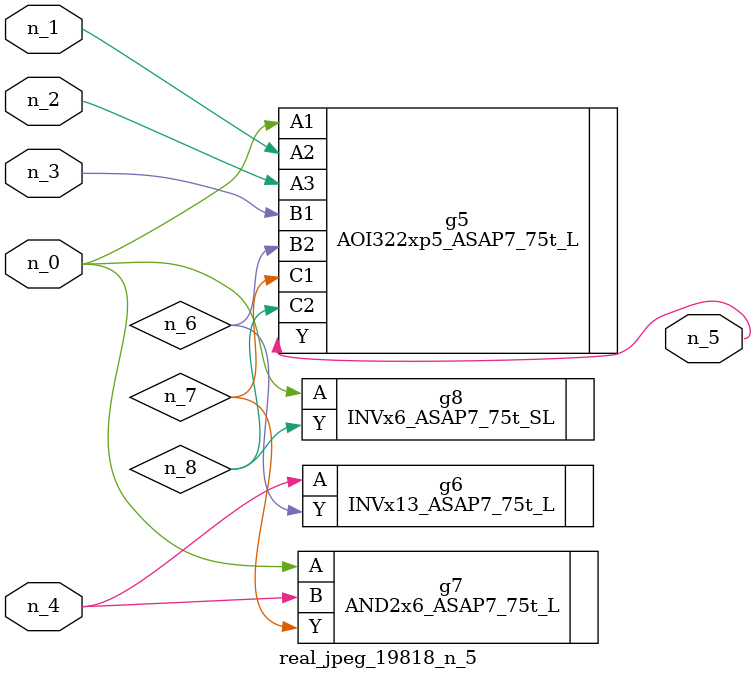
<source format=v>
module real_jpeg_19818_n_5 (n_4, n_0, n_1, n_2, n_3, n_5);

input n_4;
input n_0;
input n_1;
input n_2;
input n_3;

output n_5;

wire n_8;
wire n_6;
wire n_7;

AOI322xp5_ASAP7_75t_L g5 ( 
.A1(n_0),
.A2(n_1),
.A3(n_2),
.B1(n_3),
.B2(n_6),
.C1(n_7),
.C2(n_8),
.Y(n_5)
);

AND2x6_ASAP7_75t_L g7 ( 
.A(n_0),
.B(n_4),
.Y(n_7)
);

INVx6_ASAP7_75t_SL g8 ( 
.A(n_0),
.Y(n_8)
);

INVx13_ASAP7_75t_L g6 ( 
.A(n_4),
.Y(n_6)
);


endmodule
</source>
